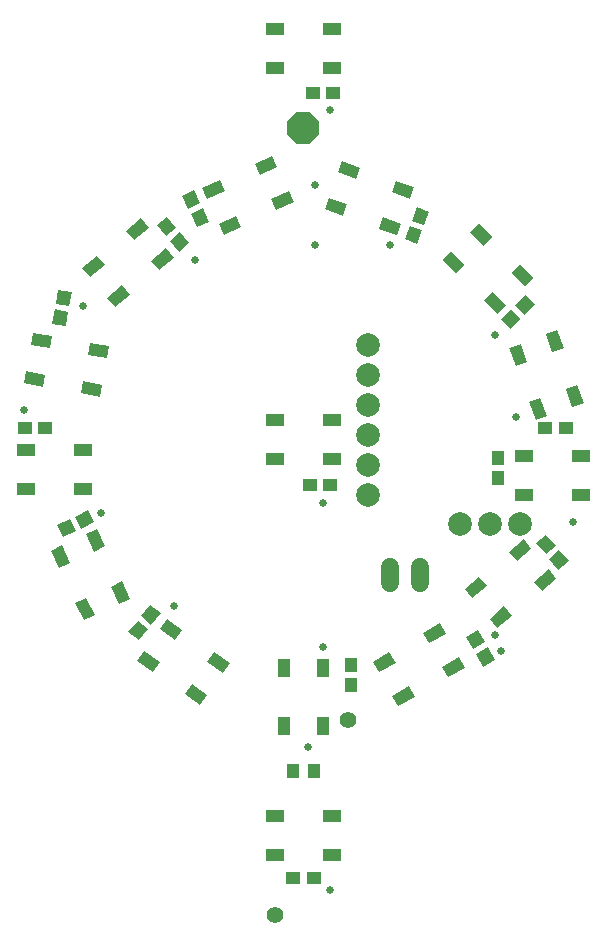
<source format=gts>
G04 EAGLE Gerber RS-274X export*
G75*
%MOMM*%
%FSLAX34Y34*%
%LPD*%
%INSoldermask Top*%
%IPPOS*%
%AMOC8*
5,1,8,0,0,1.08239X$1,22.5*%
G01*
%ADD10R,1.627000X1.027000*%
%ADD11R,1.027000X1.627000*%
%ADD12C,2.006600*%
%ADD13R,1.227000X1.127000*%
%ADD14R,1.127000X1.227000*%
%ADD15C,1.498600*%
%ADD16P,2.900480X8X112.500000*%
%ADD17C,1.397000*%
%ADD18C,0.652000*%


D10*
G36*
X148053Y249837D02*
X134726Y259168D01*
X140617Y267581D01*
X153944Y258250D01*
X148053Y249837D01*
G37*
G36*
X129125Y222805D02*
X115798Y232136D01*
X121689Y240549D01*
X135016Y231218D01*
X129125Y222805D01*
G37*
G36*
X188191Y221731D02*
X174864Y231062D01*
X180755Y239475D01*
X194082Y230144D01*
X188191Y221731D01*
G37*
G36*
X169263Y194699D02*
X155936Y204030D01*
X161827Y212443D01*
X175154Y203112D01*
X169263Y194699D01*
G37*
D11*
X273242Y225612D03*
X240242Y225612D03*
X273242Y176612D03*
X240242Y176612D03*
D12*
X388800Y347700D03*
X414200Y347700D03*
X439600Y347700D03*
X311300Y372700D03*
X311300Y398100D03*
X311300Y423500D03*
X311300Y448900D03*
X311300Y474300D03*
X311300Y499700D03*
D10*
G36*
X79585Y324436D02*
X72709Y339180D01*
X82015Y343520D01*
X88891Y328776D01*
X79585Y324436D01*
G37*
G36*
X49677Y310489D02*
X42801Y325233D01*
X52107Y329573D01*
X58983Y314829D01*
X49677Y310489D01*
G37*
G36*
X100293Y280027D02*
X93417Y294771D01*
X102723Y299111D01*
X109599Y284367D01*
X100293Y280027D01*
G37*
G36*
X70385Y266080D02*
X63509Y280824D01*
X72815Y285164D01*
X79691Y270420D01*
X70385Y266080D01*
G37*
X21220Y410200D03*
X21220Y377200D03*
X70220Y410200D03*
X70220Y377200D03*
G36*
X189914Y629495D02*
X175170Y622619D01*
X170830Y631925D01*
X185574Y638801D01*
X189914Y629495D01*
G37*
G36*
X203861Y599587D02*
X189117Y592711D01*
X184777Y602017D01*
X199521Y608893D01*
X203861Y599587D01*
G37*
G36*
X234323Y650203D02*
X219579Y643327D01*
X215239Y652633D01*
X229983Y659509D01*
X234323Y650203D01*
G37*
G36*
X248270Y620295D02*
X233526Y613419D01*
X229186Y622725D01*
X243930Y629601D01*
X248270Y620295D01*
G37*
G36*
X127792Y570774D02*
X140255Y581231D01*
X146856Y573364D01*
X134393Y562907D01*
X127792Y570774D01*
G37*
G36*
X106580Y596053D02*
X119043Y606510D01*
X125644Y598643D01*
X113181Y588186D01*
X106580Y596053D01*
G37*
G36*
X90256Y539277D02*
X102719Y549734D01*
X109320Y541867D01*
X96857Y531410D01*
X90256Y539277D01*
G37*
G36*
X69044Y564556D02*
X81507Y575013D01*
X88108Y567146D01*
X75645Y556689D01*
X69044Y564556D01*
G37*
G36*
X323911Y607293D02*
X339199Y601728D01*
X335687Y592079D01*
X320399Y597644D01*
X323911Y607293D01*
G37*
G36*
X335198Y638302D02*
X350486Y632737D01*
X346974Y623088D01*
X331686Y628653D01*
X335198Y638302D01*
G37*
G36*
X277866Y624052D02*
X293154Y618487D01*
X289642Y608838D01*
X274354Y614403D01*
X277866Y624052D01*
G37*
G36*
X289153Y655061D02*
X304441Y649496D01*
X300929Y639847D01*
X285641Y645412D01*
X289153Y655061D01*
G37*
G36*
X416286Y544272D02*
X427790Y532768D01*
X420528Y525506D01*
X409024Y537010D01*
X416286Y544272D01*
G37*
G36*
X439620Y567606D02*
X451124Y556102D01*
X443862Y548840D01*
X432358Y560344D01*
X439620Y567606D01*
G37*
G36*
X381638Y578920D02*
X393142Y567416D01*
X385880Y560154D01*
X374376Y571658D01*
X381638Y578920D01*
G37*
G36*
X404972Y602254D02*
X416476Y590750D01*
X409214Y583488D01*
X397710Y594992D01*
X404972Y602254D01*
G37*
X281040Y67320D03*
X281040Y100320D03*
X232040Y67320D03*
X232040Y100320D03*
G36*
X41736Y496635D02*
X25714Y499460D01*
X27498Y509573D01*
X43520Y506748D01*
X41736Y496635D01*
G37*
G36*
X36006Y464136D02*
X19984Y466961D01*
X21768Y477074D01*
X37790Y474249D01*
X36006Y464136D01*
G37*
G36*
X89992Y488126D02*
X73970Y490951D01*
X75754Y501064D01*
X91776Y498239D01*
X89992Y488126D01*
G37*
G36*
X84262Y455627D02*
X68240Y458452D01*
X70024Y468565D01*
X86046Y465740D01*
X84262Y455627D01*
G37*
G36*
X457197Y454444D02*
X462762Y439156D01*
X453113Y435644D01*
X447548Y450932D01*
X457197Y454444D01*
G37*
G36*
X488206Y465731D02*
X493771Y450443D01*
X484122Y446931D01*
X478557Y462219D01*
X488206Y465731D01*
G37*
G36*
X440438Y500489D02*
X446003Y485201D01*
X436354Y481689D01*
X430789Y496977D01*
X440438Y500489D01*
G37*
G36*
X471447Y511776D02*
X477012Y496488D01*
X467363Y492976D01*
X461798Y508264D01*
X471447Y511776D01*
G37*
D13*
X265040Y48260D03*
X248040Y48260D03*
D14*
X297180Y228210D03*
X297180Y211210D03*
D13*
G36*
X119029Y269545D02*
X126751Y279080D01*
X135509Y271987D01*
X127787Y262452D01*
X119029Y269545D01*
G37*
G36*
X108331Y256333D02*
X116053Y265868D01*
X124811Y258775D01*
X117089Y249240D01*
X108331Y256333D01*
G37*
G36*
X63263Y354086D02*
X74382Y359271D01*
X79145Y349058D01*
X68026Y343873D01*
X63263Y354086D01*
G37*
G36*
X47855Y346902D02*
X58974Y352087D01*
X63737Y341874D01*
X52618Y336689D01*
X47855Y346902D01*
G37*
X20710Y429260D03*
X37710Y429260D03*
G36*
X57208Y527552D02*
X55078Y515469D01*
X43980Y517426D01*
X46110Y529509D01*
X57208Y527552D01*
G37*
G36*
X60160Y544294D02*
X58030Y532211D01*
X46932Y534168D01*
X49062Y546251D01*
X60160Y544294D01*
G37*
G36*
X151887Y594900D02*
X159774Y585502D01*
X151141Y578258D01*
X143254Y587656D01*
X151887Y594900D01*
G37*
G36*
X140959Y607922D02*
X148846Y598524D01*
X140213Y591280D01*
X132326Y600678D01*
X140959Y607922D01*
G37*
G36*
X158994Y614443D02*
X153809Y625562D01*
X164022Y630325D01*
X169207Y619206D01*
X158994Y614443D01*
G37*
G36*
X166178Y599035D02*
X160993Y610154D01*
X171206Y614917D01*
X176391Y603798D01*
X166178Y599035D01*
G37*
G36*
X357223Y596324D02*
X353026Y584795D01*
X342437Y588650D01*
X346634Y600179D01*
X357223Y596324D01*
G37*
G36*
X363038Y612299D02*
X358841Y600770D01*
X348252Y604625D01*
X352449Y616154D01*
X363038Y612299D01*
G37*
G36*
X440231Y521604D02*
X431556Y512929D01*
X423587Y520898D01*
X432262Y529573D01*
X440231Y521604D01*
G37*
G36*
X452251Y533625D02*
X443576Y524950D01*
X435607Y532919D01*
X444282Y541594D01*
X452251Y533625D01*
G37*
X461400Y429260D03*
X478400Y429260D03*
D15*
X330200Y311658D02*
X330200Y297942D01*
X355600Y297942D02*
X355600Y311658D01*
D14*
X265040Y138430D03*
X248040Y138430D03*
D16*
X256540Y683260D03*
D10*
X442860Y405120D03*
X442860Y372120D03*
X491860Y405120D03*
X491860Y372120D03*
D14*
X421640Y403470D03*
X421640Y386470D03*
D10*
G36*
X451642Y298994D02*
X464105Y309451D01*
X470706Y301584D01*
X458243Y291127D01*
X451642Y298994D01*
G37*
G36*
X430430Y324273D02*
X442893Y334730D01*
X449494Y326863D01*
X437031Y316406D01*
X430430Y324273D01*
G37*
G36*
X414106Y267497D02*
X426569Y277954D01*
X433170Y270087D01*
X420707Y259630D01*
X414106Y267497D01*
G37*
G36*
X392894Y292776D02*
X405357Y303233D01*
X411958Y295366D01*
X399495Y284909D01*
X392894Y292776D01*
G37*
D13*
G36*
X473197Y325660D02*
X481084Y316262D01*
X472451Y309018D01*
X464564Y318416D01*
X473197Y325660D01*
G37*
G36*
X462269Y338682D02*
X470156Y329284D01*
X461523Y322040D01*
X453636Y331438D01*
X462269Y338682D01*
G37*
D10*
G36*
X374186Y226940D02*
X388275Y235075D01*
X393410Y226182D01*
X379321Y218047D01*
X374186Y226940D01*
G37*
G36*
X357686Y255518D02*
X371775Y263653D01*
X376910Y254760D01*
X362821Y246625D01*
X357686Y255518D01*
G37*
G36*
X331750Y202440D02*
X345839Y210575D01*
X350974Y201682D01*
X336885Y193547D01*
X331750Y202440D01*
G37*
G36*
X315250Y231018D02*
X329339Y239153D01*
X334474Y230260D01*
X320385Y222125D01*
X315250Y231018D01*
G37*
D13*
G36*
X412462Y243339D02*
X418597Y232714D01*
X408838Y227079D01*
X402703Y237704D01*
X412462Y243339D01*
G37*
G36*
X403962Y258061D02*
X410097Y247436D01*
X400338Y241801D01*
X394203Y252426D01*
X403962Y258061D01*
G37*
D10*
X281040Y402600D03*
X281040Y435600D03*
X232040Y402600D03*
X232040Y435600D03*
D13*
X279010Y381000D03*
X262010Y381000D03*
D10*
X281040Y734070D03*
X281040Y767070D03*
X232040Y734070D03*
X232040Y767070D03*
D13*
X281550Y712470D03*
X264550Y712470D03*
D17*
X232410Y16510D03*
X294640Y181610D03*
D18*
X279400Y38100D03*
X273050Y243840D03*
X147320Y278130D03*
X85090Y356870D03*
X19685Y443865D03*
X69850Y532130D03*
X330200Y584200D03*
X165100Y571500D03*
X419100Y508000D03*
X436880Y438150D03*
X273050Y365760D03*
X424180Y240030D03*
X279400Y698500D03*
X260350Y158750D03*
X266700Y584200D03*
X266700Y635000D03*
X485140Y349250D03*
X419100Y254000D03*
M02*

</source>
